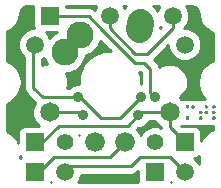
<source format=gtl>
G04 (created by PCBNEW (2013-may-18)-stable) date Sun 03 Jan 2016 01:53:16 PM EST*
%MOIN*%
G04 Gerber Fmt 3.4, Leading zero omitted, Abs format*
%FSLAX34Y34*%
G01*
G70*
G90*
G04 APERTURE LIST*
%ADD10C,0.00590551*%
%ADD11C,0.0001*%
%ADD12C,0.09*%
%ADD13C,0.09*%
%ADD14C,0.065*%
%ADD15C,0.0590551*%
%ADD16R,0.0590551X0.0590551*%
%ADD17C,0.055*%
%ADD18C,0.066*%
%ADD19C,0.035*%
%ADD20C,0.01*%
G04 APERTURE END LIST*
G54D10*
G54D11*
G36*
X100653Y-44317D02*
X100650Y-44337D01*
X100641Y-44354D01*
X100627Y-44368D01*
X100610Y-44377D01*
X100590Y-44380D01*
X100570Y-44377D01*
X100553Y-44368D01*
X100539Y-44354D01*
X100530Y-44337D01*
X100527Y-44317D01*
X100530Y-44297D01*
X100539Y-44280D01*
X100553Y-44266D01*
X100570Y-44257D01*
X100590Y-44254D01*
X100610Y-44257D01*
X100627Y-44266D01*
X100641Y-44280D01*
X100650Y-44297D01*
X100653Y-44317D01*
X100653Y-44317D01*
G37*
G36*
X100653Y-44695D02*
X100650Y-44715D01*
X100641Y-44732D01*
X100627Y-44746D01*
X100610Y-44755D01*
X100590Y-44758D01*
X100570Y-44755D01*
X100553Y-44746D01*
X100539Y-44732D01*
X100530Y-44715D01*
X100527Y-44695D01*
X100530Y-44675D01*
X100539Y-44658D01*
X100553Y-44644D01*
X100570Y-44635D01*
X100590Y-44632D01*
X100610Y-44635D01*
X100627Y-44644D01*
X100641Y-44658D01*
X100650Y-44675D01*
X100653Y-44695D01*
X100653Y-44695D01*
G37*
G36*
X100842Y-44317D02*
X100839Y-44337D01*
X100830Y-44354D01*
X100816Y-44368D01*
X100799Y-44377D01*
X100779Y-44380D01*
X100759Y-44377D01*
X100742Y-44368D01*
X100728Y-44354D01*
X100719Y-44337D01*
X100716Y-44317D01*
X100719Y-44297D01*
X100728Y-44280D01*
X100742Y-44266D01*
X100759Y-44257D01*
X100779Y-44254D01*
X100799Y-44257D01*
X100816Y-44266D01*
X100830Y-44280D01*
X100839Y-44297D01*
X100842Y-44317D01*
X100842Y-44317D01*
G37*
G36*
X101094Y-44506D02*
X101091Y-44526D01*
X101082Y-44543D01*
X101068Y-44557D01*
X101051Y-44566D01*
X101031Y-44569D01*
X101011Y-44566D01*
X100994Y-44557D01*
X100980Y-44543D01*
X100971Y-44526D01*
X100968Y-44506D01*
X100971Y-44486D01*
X100980Y-44469D01*
X100994Y-44455D01*
X101011Y-44446D01*
X101031Y-44443D01*
X101051Y-44446D01*
X101068Y-44455D01*
X101082Y-44469D01*
X101091Y-44486D01*
X101094Y-44506D01*
X101094Y-44506D01*
G37*
G36*
X101094Y-44695D02*
X101091Y-44715D01*
X101082Y-44732D01*
X101068Y-44746D01*
X101051Y-44755D01*
X101031Y-44758D01*
X101011Y-44755D01*
X100994Y-44746D01*
X100980Y-44732D01*
X100971Y-44715D01*
X100968Y-44695D01*
X100971Y-44675D01*
X100980Y-44658D01*
X100994Y-44644D01*
X101011Y-44635D01*
X101031Y-44632D01*
X101051Y-44635D01*
X101068Y-44644D01*
X101082Y-44658D01*
X101091Y-44675D01*
X101094Y-44695D01*
X101094Y-44695D01*
G37*
G36*
X101283Y-44317D02*
X101280Y-44337D01*
X101271Y-44354D01*
X101257Y-44368D01*
X101240Y-44377D01*
X101220Y-44380D01*
X101200Y-44377D01*
X101183Y-44368D01*
X101169Y-44354D01*
X101160Y-44337D01*
X101157Y-44317D01*
X101160Y-44297D01*
X101169Y-44280D01*
X101183Y-44266D01*
X101200Y-44257D01*
X101220Y-44254D01*
X101240Y-44257D01*
X101257Y-44266D01*
X101271Y-44280D01*
X101280Y-44297D01*
X101283Y-44317D01*
X101283Y-44317D01*
G37*
G36*
X101283Y-44506D02*
X101280Y-44526D01*
X101271Y-44543D01*
X101257Y-44557D01*
X101240Y-44566D01*
X101220Y-44569D01*
X101200Y-44566D01*
X101183Y-44557D01*
X101169Y-44543D01*
X101160Y-44526D01*
X101157Y-44506D01*
X101160Y-44486D01*
X101169Y-44469D01*
X101183Y-44455D01*
X101200Y-44446D01*
X101220Y-44443D01*
X101240Y-44446D01*
X101257Y-44455D01*
X101271Y-44469D01*
X101280Y-44486D01*
X101283Y-44506D01*
X101283Y-44506D01*
G37*
G36*
X101535Y-44317D02*
X101532Y-44337D01*
X101523Y-44354D01*
X101509Y-44368D01*
X101492Y-44377D01*
X101472Y-44380D01*
X101452Y-44377D01*
X101435Y-44368D01*
X101421Y-44354D01*
X101412Y-44337D01*
X101409Y-44317D01*
X101412Y-44297D01*
X101421Y-44280D01*
X101435Y-44266D01*
X101452Y-44257D01*
X101472Y-44254D01*
X101492Y-44257D01*
X101509Y-44266D01*
X101523Y-44280D01*
X101532Y-44297D01*
X101535Y-44317D01*
X101535Y-44317D01*
G37*
G36*
X101535Y-44506D02*
X101532Y-44526D01*
X101523Y-44543D01*
X101509Y-44557D01*
X101492Y-44566D01*
X101472Y-44569D01*
X101452Y-44566D01*
X101435Y-44557D01*
X101421Y-44543D01*
X101412Y-44526D01*
X101409Y-44506D01*
X101412Y-44486D01*
X101421Y-44469D01*
X101435Y-44455D01*
X101452Y-44446D01*
X101472Y-44443D01*
X101492Y-44446D01*
X101509Y-44455D01*
X101523Y-44469D01*
X101532Y-44486D01*
X101535Y-44506D01*
X101535Y-44506D01*
G37*
G36*
X101535Y-44695D02*
X101532Y-44715D01*
X101523Y-44732D01*
X101509Y-44746D01*
X101492Y-44755D01*
X101472Y-44758D01*
X101452Y-44755D01*
X101435Y-44746D01*
X101421Y-44732D01*
X101412Y-44715D01*
X101409Y-44695D01*
X101412Y-44675D01*
X101421Y-44658D01*
X101435Y-44644D01*
X101452Y-44635D01*
X101472Y-44632D01*
X101492Y-44635D01*
X101509Y-44644D01*
X101523Y-44658D01*
X101532Y-44675D01*
X101535Y-44695D01*
X101535Y-44695D01*
G37*
G54D12*
X99000Y-41500D02*
X98984Y-41728D01*
G54D13*
X97015Y-41925D03*
X96500Y-42500D03*
G54D14*
X96000Y-44500D03*
X100000Y-44500D03*
G54D15*
X98000Y-41300D03*
G54D16*
X96000Y-41300D03*
X95500Y-45500D03*
G54D15*
X95500Y-42250D03*
G54D16*
X95500Y-46500D03*
G54D15*
X100100Y-41300D03*
X100500Y-42250D03*
G54D16*
X100500Y-45500D03*
G54D17*
X99500Y-45500D03*
X96500Y-45500D03*
G54D15*
X96500Y-46500D03*
G54D16*
X99500Y-46500D03*
G54D18*
X97500Y-45500D03*
X98500Y-45500D03*
G54D15*
X100500Y-46500D03*
G54D19*
X99500Y-44000D03*
X98950Y-44600D03*
X96950Y-44000D03*
X99050Y-44000D03*
X97100Y-44600D03*
G54D20*
X99150Y-42850D02*
X98850Y-42850D01*
X99350Y-43050D02*
X99150Y-42850D01*
X99500Y-44000D02*
X99350Y-43850D01*
X97300Y-41300D02*
X97750Y-41750D01*
X96000Y-41300D02*
X97300Y-41300D01*
X97750Y-41750D02*
X98850Y-42850D01*
X99350Y-43850D02*
X99350Y-43050D01*
X95500Y-46500D02*
X95650Y-46500D01*
X98000Y-46000D02*
X98500Y-45500D01*
X96150Y-46000D02*
X98000Y-46000D01*
X95650Y-46500D02*
X96150Y-46000D01*
X100000Y-44500D02*
X100000Y-45000D01*
X100000Y-45000D02*
X100500Y-45500D01*
X96300Y-44950D02*
X98600Y-44950D01*
X95750Y-45500D02*
X96300Y-44950D01*
X95500Y-45500D02*
X95750Y-45500D01*
X98600Y-44950D02*
X98950Y-44600D01*
X100000Y-44500D02*
X99050Y-44500D01*
X99050Y-44500D02*
X98950Y-44600D01*
X99000Y-46000D02*
X98700Y-46300D01*
X100000Y-46000D02*
X99000Y-46000D01*
X100500Y-46500D02*
X100000Y-46000D01*
X96700Y-46300D02*
X96500Y-46500D01*
X98700Y-46300D02*
X96700Y-46300D01*
X98000Y-41300D02*
X98000Y-41700D01*
X100100Y-41700D02*
X100100Y-41300D01*
X99250Y-42550D02*
X100100Y-41700D01*
X98850Y-42550D02*
X99250Y-42550D01*
X98000Y-41700D02*
X98850Y-42550D01*
X95760Y-44010D02*
X96940Y-44010D01*
X95760Y-44010D02*
X95450Y-43700D01*
X95450Y-43700D02*
X95450Y-42300D01*
X95500Y-42250D02*
X95450Y-42300D01*
X96940Y-44010D02*
X96950Y-44000D01*
X96950Y-44000D02*
X97000Y-44000D01*
X98350Y-44700D02*
X99050Y-44000D01*
X97700Y-44700D02*
X98350Y-44700D01*
X97000Y-44000D02*
X97700Y-44700D01*
X96000Y-44500D02*
X97000Y-44500D01*
X97000Y-44500D02*
X97100Y-44600D01*
G54D10*
G36*
X95055Y-46000D02*
X95019Y-46036D01*
X95019Y-45963D01*
X95055Y-46000D01*
X95055Y-46000D01*
G37*
G54D20*
X95055Y-46000D02*
X95019Y-46036D01*
X95019Y-45963D01*
X95055Y-46000D01*
G54D10*
G36*
X95641Y-44954D02*
X95155Y-44954D01*
X95063Y-44992D01*
X94992Y-45062D01*
X94954Y-45154D01*
X94954Y-45254D01*
X94954Y-45513D01*
X94939Y-45477D01*
X94939Y-45477D01*
X94842Y-45332D01*
X94842Y-45331D01*
X94767Y-45257D01*
X94621Y-45159D01*
X94569Y-45138D01*
X94569Y-44215D01*
X94641Y-44186D01*
X94641Y-44185D01*
X94803Y-44078D01*
X94877Y-44003D01*
X94878Y-44002D01*
X94985Y-43841D01*
X94986Y-43840D01*
X95026Y-43743D01*
X95064Y-43552D01*
X95064Y-43552D01*
X95064Y-43552D01*
X95064Y-43552D01*
X95064Y-43500D01*
X95064Y-43447D01*
X95064Y-43447D01*
X95064Y-43447D01*
X95064Y-43447D01*
X95026Y-43256D01*
X94986Y-43159D01*
X94985Y-43158D01*
X94878Y-42997D01*
X94877Y-42996D01*
X94803Y-42921D01*
X94641Y-42814D01*
X94641Y-42813D01*
X94569Y-42784D01*
X94569Y-41811D01*
X94621Y-41790D01*
X94767Y-41692D01*
X94842Y-41618D01*
X94842Y-41617D01*
X94939Y-41472D01*
X94939Y-41472D01*
X94980Y-41375D01*
X95014Y-41202D01*
X95014Y-41202D01*
X95038Y-41082D01*
X95075Y-41026D01*
X95133Y-40988D01*
X95225Y-40969D01*
X95454Y-40969D01*
X95454Y-41054D01*
X95454Y-41644D01*
X95479Y-41704D01*
X95392Y-41704D01*
X95191Y-41787D01*
X95038Y-41940D01*
X94954Y-42141D01*
X94954Y-42357D01*
X95037Y-42558D01*
X95150Y-42671D01*
X95150Y-43700D01*
X95172Y-43814D01*
X95237Y-43912D01*
X95508Y-44183D01*
X95425Y-44385D01*
X95424Y-44613D01*
X95512Y-44825D01*
X95641Y-44954D01*
X95641Y-44954D01*
G37*
G54D20*
X95641Y-44954D02*
X95155Y-44954D01*
X95063Y-44992D01*
X94992Y-45062D01*
X94954Y-45154D01*
X94954Y-45254D01*
X94954Y-45513D01*
X94939Y-45477D01*
X94939Y-45477D01*
X94842Y-45332D01*
X94842Y-45331D01*
X94767Y-45257D01*
X94621Y-45159D01*
X94569Y-45138D01*
X94569Y-44215D01*
X94641Y-44186D01*
X94641Y-44185D01*
X94803Y-44078D01*
X94877Y-44003D01*
X94878Y-44002D01*
X94985Y-43841D01*
X94986Y-43840D01*
X95026Y-43743D01*
X95064Y-43552D01*
X95064Y-43552D01*
X95064Y-43552D01*
X95064Y-43552D01*
X95064Y-43500D01*
X95064Y-43447D01*
X95064Y-43447D01*
X95064Y-43447D01*
X95064Y-43447D01*
X95026Y-43256D01*
X94986Y-43159D01*
X94985Y-43158D01*
X94878Y-42997D01*
X94877Y-42996D01*
X94803Y-42921D01*
X94641Y-42814D01*
X94641Y-42813D01*
X94569Y-42784D01*
X94569Y-41811D01*
X94621Y-41790D01*
X94767Y-41692D01*
X94842Y-41618D01*
X94842Y-41617D01*
X94939Y-41472D01*
X94939Y-41472D01*
X94980Y-41375D01*
X95014Y-41202D01*
X95014Y-41202D01*
X95038Y-41082D01*
X95075Y-41026D01*
X95133Y-40988D01*
X95225Y-40969D01*
X95454Y-40969D01*
X95454Y-41054D01*
X95454Y-41644D01*
X95479Y-41704D01*
X95392Y-41704D01*
X95191Y-41787D01*
X95038Y-41940D01*
X94954Y-42141D01*
X94954Y-42357D01*
X95037Y-42558D01*
X95150Y-42671D01*
X95150Y-43700D01*
X95172Y-43814D01*
X95237Y-43912D01*
X95508Y-44183D01*
X95425Y-44385D01*
X95424Y-44613D01*
X95512Y-44825D01*
X95641Y-44954D01*
G54D10*
G36*
X95905Y-42895D02*
X95880Y-42895D01*
X95867Y-42900D01*
X95854Y-42900D01*
X95750Y-42944D01*
X95750Y-42736D01*
X95808Y-42712D01*
X95824Y-42697D01*
X95905Y-42895D01*
X95905Y-42895D01*
G37*
G54D20*
X95905Y-42895D02*
X95880Y-42895D01*
X95867Y-42900D01*
X95854Y-42900D01*
X95750Y-42944D01*
X95750Y-42736D01*
X95808Y-42712D01*
X95824Y-42697D01*
X95905Y-42895D01*
G54D10*
G36*
X96059Y-46830D02*
X96045Y-46830D01*
X96045Y-46816D01*
X96059Y-46830D01*
X96059Y-46830D01*
G37*
G54D20*
X96059Y-46830D02*
X96045Y-46830D01*
X96045Y-46816D01*
X96059Y-46830D01*
G54D10*
G36*
X96251Y-41845D02*
X96104Y-41906D01*
X95993Y-42016D01*
X95962Y-41941D01*
X95866Y-41845D01*
X96251Y-41845D01*
X96251Y-41845D01*
G37*
G54D20*
X96251Y-41845D02*
X96104Y-41906D01*
X95993Y-42016D01*
X95962Y-41941D01*
X95866Y-41845D01*
X96251Y-41845D01*
G54D10*
G36*
X96975Y-45250D02*
X96970Y-45263D01*
X96964Y-45250D01*
X96975Y-45250D01*
X96975Y-45250D01*
G37*
G54D20*
X96975Y-45250D02*
X96970Y-45263D01*
X96964Y-45250D01*
X96975Y-45250D01*
G54D10*
G36*
X97559Y-40969D02*
X97538Y-40990D01*
X97500Y-41080D01*
X97414Y-41022D01*
X97300Y-41000D01*
X96545Y-41000D01*
X96545Y-40969D01*
X97559Y-40969D01*
X97559Y-40969D01*
G37*
G54D20*
X97559Y-40969D02*
X97538Y-40990D01*
X97500Y-41080D01*
X97414Y-41022D01*
X97300Y-41000D01*
X96545Y-41000D01*
X96545Y-40969D01*
X97559Y-40969D01*
G54D10*
G36*
X98040Y-42464D02*
X97996Y-42464D01*
X97795Y-42464D01*
X97790Y-42466D01*
X97785Y-42466D01*
X97420Y-42617D01*
X97419Y-42619D01*
X97414Y-42622D01*
X97123Y-42912D01*
X97120Y-42919D01*
X97117Y-42920D01*
X97042Y-43107D01*
X96965Y-43293D01*
X96965Y-43298D01*
X96963Y-43302D01*
X96964Y-43503D01*
X96964Y-43575D01*
X96865Y-43574D01*
X96709Y-43639D01*
X96638Y-43710D01*
X96567Y-43710D01*
X96604Y-43620D01*
X96604Y-43607D01*
X96609Y-43594D01*
X96604Y-43487D01*
X96604Y-43380D01*
X96599Y-43367D01*
X96599Y-43354D01*
X96535Y-43200D01*
X96638Y-43200D01*
X96896Y-43093D01*
X97093Y-42897D01*
X97199Y-42639D01*
X97199Y-42606D01*
X97411Y-42518D01*
X97608Y-42322D01*
X97693Y-42117D01*
X98040Y-42464D01*
X98040Y-42464D01*
G37*
G54D20*
X98040Y-42464D02*
X97996Y-42464D01*
X97795Y-42464D01*
X97790Y-42466D01*
X97785Y-42466D01*
X97420Y-42617D01*
X97419Y-42619D01*
X97414Y-42622D01*
X97123Y-42912D01*
X97120Y-42919D01*
X97117Y-42920D01*
X97042Y-43107D01*
X96965Y-43293D01*
X96965Y-43298D01*
X96963Y-43302D01*
X96964Y-43503D01*
X96964Y-43575D01*
X96865Y-43574D01*
X96709Y-43639D01*
X96638Y-43710D01*
X96567Y-43710D01*
X96604Y-43620D01*
X96604Y-43607D01*
X96609Y-43594D01*
X96604Y-43487D01*
X96604Y-43380D01*
X96599Y-43367D01*
X96599Y-43354D01*
X96535Y-43200D01*
X96638Y-43200D01*
X96896Y-43093D01*
X97093Y-42897D01*
X97199Y-42639D01*
X97199Y-42606D01*
X97411Y-42518D01*
X97608Y-42322D01*
X97693Y-42117D01*
X98040Y-42464D01*
G54D10*
G36*
X98531Y-40969D02*
X98480Y-41035D01*
X98462Y-40991D01*
X98440Y-40969D01*
X98531Y-40969D01*
X98531Y-40969D01*
G37*
G54D20*
X98531Y-40969D02*
X98480Y-41035D01*
X98462Y-40991D01*
X98440Y-40969D01*
X98531Y-40969D01*
G54D10*
G36*
X98954Y-46830D02*
X96940Y-46830D01*
X96961Y-46809D01*
X97045Y-46608D01*
X97045Y-46600D01*
X98700Y-46600D01*
X98700Y-46599D01*
X98814Y-46577D01*
X98814Y-46577D01*
X98912Y-46512D01*
X98954Y-46469D01*
X98954Y-46830D01*
X98954Y-46830D01*
G37*
G54D20*
X98954Y-46830D02*
X96940Y-46830D01*
X96961Y-46809D01*
X97045Y-46608D01*
X97045Y-46600D01*
X98700Y-46600D01*
X98700Y-46599D01*
X98814Y-46577D01*
X98814Y-46577D01*
X98912Y-46512D01*
X98954Y-46469D01*
X98954Y-46830D01*
G54D10*
G36*
X99050Y-43574D02*
X99035Y-43574D01*
X99035Y-43496D01*
X99035Y-43295D01*
X99033Y-43290D01*
X99033Y-43285D01*
X98977Y-43150D01*
X99025Y-43150D01*
X99050Y-43174D01*
X99050Y-43574D01*
X99050Y-43574D01*
G37*
G54D20*
X99050Y-43574D02*
X99035Y-43574D01*
X99035Y-43496D01*
X99035Y-43295D01*
X99033Y-43290D01*
X99033Y-43285D01*
X98977Y-43150D01*
X99025Y-43150D01*
X99050Y-43174D01*
X99050Y-43574D01*
G54D10*
G36*
X99659Y-40969D02*
X99638Y-40990D01*
X99584Y-41120D01*
X99529Y-41024D01*
X99458Y-40969D01*
X99659Y-40969D01*
X99659Y-40969D01*
G37*
G54D20*
X99659Y-40969D02*
X99638Y-40990D01*
X99584Y-41120D01*
X99529Y-41024D01*
X99458Y-40969D01*
X99659Y-40969D01*
G54D10*
G36*
X99702Y-41673D02*
X99688Y-41686D01*
X99690Y-41661D01*
X99702Y-41673D01*
X99702Y-41673D01*
G37*
G54D20*
X99702Y-41673D02*
X99688Y-41686D01*
X99690Y-41661D01*
X99702Y-41673D01*
G54D10*
G36*
X99703Y-45015D02*
X99604Y-44975D01*
X99396Y-44974D01*
X99203Y-45054D01*
X99055Y-45202D01*
X99029Y-45263D01*
X98991Y-45171D01*
X98897Y-45076D01*
X98949Y-45024D01*
X99034Y-45025D01*
X99190Y-44960D01*
X99310Y-44841D01*
X99327Y-44800D01*
X99501Y-44800D01*
X99512Y-44825D01*
X99673Y-44987D01*
X99700Y-44998D01*
X99700Y-45000D01*
X99703Y-45015D01*
X99703Y-45015D01*
G37*
G54D20*
X99703Y-45015D02*
X99604Y-44975D01*
X99396Y-44974D01*
X99203Y-45054D01*
X99055Y-45202D01*
X99029Y-45263D01*
X98991Y-45171D01*
X98897Y-45076D01*
X98949Y-45024D01*
X99034Y-45025D01*
X99190Y-44960D01*
X99310Y-44841D01*
X99327Y-44800D01*
X99501Y-44800D01*
X99512Y-44825D01*
X99673Y-44987D01*
X99700Y-44998D01*
X99700Y-45000D01*
X99703Y-45015D01*
G54D10*
G36*
X100059Y-46830D02*
X100045Y-46830D01*
X100045Y-46816D01*
X100059Y-46830D01*
X100059Y-46830D01*
G37*
G54D20*
X100059Y-46830D02*
X100045Y-46830D01*
X100045Y-46816D01*
X100059Y-46830D01*
G54D10*
G36*
X100980Y-46234D02*
X100962Y-46191D01*
X100816Y-46045D01*
X100844Y-46045D01*
X100936Y-46007D01*
X100980Y-45963D01*
X100980Y-46234D01*
X100980Y-46234D01*
G37*
G54D20*
X100980Y-46234D02*
X100962Y-46191D01*
X100816Y-46045D01*
X100844Y-46045D01*
X100936Y-46007D01*
X100980Y-45963D01*
X100980Y-46234D01*
G54D10*
G36*
X101430Y-42784D02*
X101359Y-42813D01*
X101358Y-42814D01*
X101197Y-42921D01*
X101196Y-42922D01*
X101121Y-42996D01*
X101014Y-43158D01*
X101013Y-43158D01*
X100973Y-43256D01*
X100935Y-43447D01*
X100935Y-43500D01*
X100935Y-43552D01*
X100973Y-43743D01*
X101013Y-43841D01*
X101014Y-43841D01*
X101121Y-44003D01*
X101168Y-44050D01*
X100363Y-44050D01*
X100330Y-44017D01*
X100342Y-44012D01*
X100512Y-43842D01*
X100520Y-43822D01*
X100526Y-43820D01*
X100563Y-43719D01*
X100604Y-43620D01*
X100604Y-43607D01*
X100609Y-43594D01*
X100604Y-43487D01*
X100604Y-43380D01*
X100599Y-43367D01*
X100599Y-43354D01*
X100526Y-43179D01*
X100520Y-43177D01*
X100512Y-43157D01*
X100342Y-42987D01*
X100322Y-42979D01*
X100320Y-42973D01*
X100219Y-42936D01*
X100120Y-42895D01*
X100107Y-42895D01*
X100094Y-42890D01*
X99987Y-42895D01*
X99880Y-42895D01*
X99867Y-42900D01*
X99854Y-42900D01*
X99679Y-42973D01*
X99677Y-42979D01*
X99657Y-42987D01*
X99640Y-43004D01*
X99627Y-42935D01*
X99562Y-42837D01*
X99562Y-42837D01*
X99474Y-42749D01*
X99954Y-42269D01*
X99954Y-42357D01*
X100037Y-42558D01*
X100190Y-42711D01*
X100391Y-42795D01*
X100607Y-42795D01*
X100808Y-42712D01*
X100961Y-42559D01*
X101045Y-42358D01*
X101045Y-42142D01*
X100962Y-41941D01*
X100809Y-41788D01*
X100608Y-41704D01*
X100466Y-41704D01*
X100561Y-41609D01*
X100645Y-41408D01*
X100645Y-41192D01*
X100562Y-40991D01*
X100540Y-40969D01*
X100723Y-40969D01*
X100835Y-40991D01*
X100908Y-41040D01*
X100957Y-41114D01*
X100985Y-41252D01*
X100985Y-41253D01*
X101019Y-41423D01*
X101019Y-41424D01*
X101059Y-41521D01*
X101157Y-41667D01*
X101231Y-41742D01*
X101232Y-41742D01*
X101377Y-41839D01*
X101377Y-41839D01*
X101430Y-41861D01*
X101430Y-42784D01*
X101430Y-42784D01*
G37*
G54D20*
X101430Y-42784D02*
X101359Y-42813D01*
X101358Y-42814D01*
X101197Y-42921D01*
X101196Y-42922D01*
X101121Y-42996D01*
X101014Y-43158D01*
X101013Y-43158D01*
X100973Y-43256D01*
X100935Y-43447D01*
X100935Y-43500D01*
X100935Y-43552D01*
X100973Y-43743D01*
X101013Y-43841D01*
X101014Y-43841D01*
X101121Y-44003D01*
X101168Y-44050D01*
X100363Y-44050D01*
X100330Y-44017D01*
X100342Y-44012D01*
X100512Y-43842D01*
X100520Y-43822D01*
X100526Y-43820D01*
X100563Y-43719D01*
X100604Y-43620D01*
X100604Y-43607D01*
X100609Y-43594D01*
X100604Y-43487D01*
X100604Y-43380D01*
X100599Y-43367D01*
X100599Y-43354D01*
X100526Y-43179D01*
X100520Y-43177D01*
X100512Y-43157D01*
X100342Y-42987D01*
X100322Y-42979D01*
X100320Y-42973D01*
X100219Y-42936D01*
X100120Y-42895D01*
X100107Y-42895D01*
X100094Y-42890D01*
X99987Y-42895D01*
X99880Y-42895D01*
X99867Y-42900D01*
X99854Y-42900D01*
X99679Y-42973D01*
X99677Y-42979D01*
X99657Y-42987D01*
X99640Y-43004D01*
X99627Y-42935D01*
X99562Y-42837D01*
X99562Y-42837D01*
X99474Y-42749D01*
X99954Y-42269D01*
X99954Y-42357D01*
X100037Y-42558D01*
X100190Y-42711D01*
X100391Y-42795D01*
X100607Y-42795D01*
X100808Y-42712D01*
X100961Y-42559D01*
X101045Y-42358D01*
X101045Y-42142D01*
X100962Y-41941D01*
X100809Y-41788D01*
X100608Y-41704D01*
X100466Y-41704D01*
X100561Y-41609D01*
X100645Y-41408D01*
X100645Y-41192D01*
X100562Y-40991D01*
X100540Y-40969D01*
X100723Y-40969D01*
X100835Y-40991D01*
X100908Y-41040D01*
X100957Y-41114D01*
X100985Y-41252D01*
X100985Y-41253D01*
X101019Y-41423D01*
X101019Y-41424D01*
X101059Y-41521D01*
X101157Y-41667D01*
X101231Y-41742D01*
X101232Y-41742D01*
X101377Y-41839D01*
X101377Y-41839D01*
X101430Y-41861D01*
X101430Y-42784D01*
G54D10*
G36*
X101430Y-45088D02*
X101377Y-45110D01*
X101377Y-45110D01*
X101232Y-45207D01*
X101231Y-45207D01*
X101157Y-45282D01*
X101059Y-45428D01*
X101045Y-45463D01*
X101045Y-45155D01*
X101007Y-45063D01*
X100937Y-44992D01*
X100845Y-44954D01*
X100745Y-44954D01*
X100378Y-44954D01*
X100374Y-44950D01*
X101430Y-44950D01*
X101430Y-45088D01*
X101430Y-45088D01*
G37*
G54D20*
X101430Y-45088D02*
X101377Y-45110D01*
X101377Y-45110D01*
X101232Y-45207D01*
X101231Y-45207D01*
X101157Y-45282D01*
X101059Y-45428D01*
X101045Y-45463D01*
X101045Y-45155D01*
X101007Y-45063D01*
X100937Y-44992D01*
X100845Y-44954D01*
X100745Y-44954D01*
X100378Y-44954D01*
X100374Y-44950D01*
X101430Y-44950D01*
X101430Y-45088D01*
M02*

</source>
